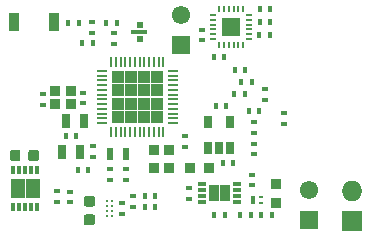
<source format=gts>
G04 #@! TF.GenerationSoftware,KiCad,Pcbnew,(5.0.0)*
G04 #@! TF.CreationDate,2019-04-04T15:00:13-04:00*
G04 #@! TF.ProjectId,motion_ppg,6D6F74696F6E5F7070672E6B69636164,rev?*
G04 #@! TF.SameCoordinates,Original*
G04 #@! TF.FileFunction,Soldermask,Top*
G04 #@! TF.FilePolarity,Negative*
%FSLAX46Y46*%
G04 Gerber Fmt 4.6, Leading zero omitted, Abs format (unit mm)*
G04 Created by KiCad (PCBNEW (5.0.0)) date 04/04/19 15:00:13*
%MOMM*%
%LPD*%
G01*
G04 APERTURE LIST*
%ADD10R,0.680000X1.090000*%
%ADD11R,0.629440X0.428780*%
%ADD12R,0.428780X0.629440*%
%ADD13C,0.330000*%
%ADD14C,0.150000*%
%ADD15C,0.905000*%
%ADD16R,0.230000X0.530000*%
%ADD17R,0.230000X0.580000*%
%ADD18R,0.530000X0.230000*%
%ADD19R,0.580000X0.230000*%
%ADD20R,1.570000X1.570000*%
%ADD21R,1.730000X1.730000*%
%ADD22O,1.730000X1.730000*%
%ADD23R,0.830000X0.830000*%
%ADD24R,0.330000X0.680000*%
%ADD25R,1.270000X0.805000*%
%ADD26R,0.730000X0.330000*%
%ADD27R,0.630000X0.630000*%
%ADD28R,1.554000X1.554000*%
%ADD29C,1.554000*%
%ADD30R,0.665000X1.173000*%
%ADD31R,0.930000X0.830000*%
%ADD32R,0.830000X1.630000*%
%ADD33R,0.230000X0.830000*%
%ADD34R,0.830000X0.230000*%
%ADD35R,1.142500X1.142500*%
%ADD36R,0.630000X1.130000*%
%ADD37R,0.780000X0.330000*%
%ADD38R,0.905000X0.755000*%
%ADD39R,0.430000X0.730000*%
%ADD40R,0.430000X0.280000*%
G04 APERTURE END LIST*
D10*
G04 #@! TO.C,U5*
X283770000Y-136140000D03*
X285670000Y-136140000D03*
X285670000Y-138340000D03*
X284720000Y-138340000D03*
X283770000Y-138340000D03*
G04 #@! TD*
D11*
G04 #@! TO.C,C10*
X290220000Y-135380420D03*
X290220000Y-136279580D03*
G04 #@! TD*
G04 #@! TO.C,C9*
X288580000Y-134239580D03*
X288580000Y-133340420D03*
G04 #@! TD*
D12*
G04 #@! TO.C,C7*
X286590000Y-132700000D03*
X287489160Y-132700000D03*
G04 #@! TD*
G04 #@! TO.C,R8*
X285919160Y-139570000D03*
X285020000Y-139570000D03*
G04 #@! TD*
G04 #@! TO.C,R6*
X287240000Y-135150000D03*
X288139160Y-135150000D03*
G04 #@! TD*
D11*
G04 #@! TO.C,R4*
X287710000Y-138869580D03*
X287710000Y-137970420D03*
G04 #@! TD*
G04 #@! TO.C,R3*
X287700000Y-136140420D03*
X287700000Y-137039580D03*
G04 #@! TD*
D12*
G04 #@! TO.C,R2*
X286920000Y-133720000D03*
X286020840Y-133720000D03*
G04 #@! TD*
G04 #@! TO.C,C6*
X284450420Y-134780000D03*
X285349580Y-134780000D03*
G04 #@! TD*
G04 #@! TO.C,R1*
X286050840Y-131720000D03*
X286950000Y-131720000D03*
G04 #@! TD*
D13*
G04 #@! TO.C,U2*
X275620000Y-142840000D03*
X275220000Y-142840000D03*
X275220000Y-143240000D03*
X275620000Y-143240000D03*
X275620000Y-143640000D03*
X275220000Y-143640000D03*
X275220000Y-144040000D03*
X275620000Y-144040000D03*
G04 #@! TD*
D11*
G04 #@! TO.C,C5*
X277430000Y-142390000D03*
X277430000Y-143289160D03*
G04 #@! TD*
G04 #@! TO.C,C3*
X276550000Y-143000840D03*
X276550000Y-143900000D03*
G04 #@! TD*
D14*
G04 #@! TO.C,L1*
G36*
X267703426Y-138461089D02*
X267725389Y-138464347D01*
X267746927Y-138469742D01*
X267767832Y-138477222D01*
X267787904Y-138486715D01*
X267806948Y-138498130D01*
X267824781Y-138511356D01*
X267841233Y-138526267D01*
X267856144Y-138542719D01*
X267869370Y-138560552D01*
X267880785Y-138579596D01*
X267890278Y-138599668D01*
X267897758Y-138620573D01*
X267903153Y-138642111D01*
X267906411Y-138664074D01*
X267907500Y-138686250D01*
X267907500Y-139213750D01*
X267906411Y-139235926D01*
X267903153Y-139257889D01*
X267897758Y-139279427D01*
X267890278Y-139300332D01*
X267880785Y-139320404D01*
X267869370Y-139339448D01*
X267856144Y-139357281D01*
X267841233Y-139373733D01*
X267824781Y-139388644D01*
X267806948Y-139401870D01*
X267787904Y-139413285D01*
X267767832Y-139422778D01*
X267746927Y-139430258D01*
X267725389Y-139435653D01*
X267703426Y-139438911D01*
X267681250Y-139440000D01*
X267228750Y-139440000D01*
X267206574Y-139438911D01*
X267184611Y-139435653D01*
X267163073Y-139430258D01*
X267142168Y-139422778D01*
X267122096Y-139413285D01*
X267103052Y-139401870D01*
X267085219Y-139388644D01*
X267068767Y-139373733D01*
X267053856Y-139357281D01*
X267040630Y-139339448D01*
X267029215Y-139320404D01*
X267019722Y-139300332D01*
X267012242Y-139279427D01*
X267006847Y-139257889D01*
X267003589Y-139235926D01*
X267002500Y-139213750D01*
X267002500Y-138686250D01*
X267003589Y-138664074D01*
X267006847Y-138642111D01*
X267012242Y-138620573D01*
X267019722Y-138599668D01*
X267029215Y-138579596D01*
X267040630Y-138560552D01*
X267053856Y-138542719D01*
X267068767Y-138526267D01*
X267085219Y-138511356D01*
X267103052Y-138498130D01*
X267122096Y-138486715D01*
X267142168Y-138477222D01*
X267163073Y-138469742D01*
X267184611Y-138464347D01*
X267206574Y-138461089D01*
X267228750Y-138460000D01*
X267681250Y-138460000D01*
X267703426Y-138461089D01*
X267703426Y-138461089D01*
G37*
D15*
X267455000Y-138950000D03*
D14*
G36*
X269278426Y-138461089D02*
X269300389Y-138464347D01*
X269321927Y-138469742D01*
X269342832Y-138477222D01*
X269362904Y-138486715D01*
X269381948Y-138498130D01*
X269399781Y-138511356D01*
X269416233Y-138526267D01*
X269431144Y-138542719D01*
X269444370Y-138560552D01*
X269455785Y-138579596D01*
X269465278Y-138599668D01*
X269472758Y-138620573D01*
X269478153Y-138642111D01*
X269481411Y-138664074D01*
X269482500Y-138686250D01*
X269482500Y-139213750D01*
X269481411Y-139235926D01*
X269478153Y-139257889D01*
X269472758Y-139279427D01*
X269465278Y-139300332D01*
X269455785Y-139320404D01*
X269444370Y-139339448D01*
X269431144Y-139357281D01*
X269416233Y-139373733D01*
X269399781Y-139388644D01*
X269381948Y-139401870D01*
X269362904Y-139413285D01*
X269342832Y-139422778D01*
X269321927Y-139430258D01*
X269300389Y-139435653D01*
X269278426Y-139438911D01*
X269256250Y-139440000D01*
X268803750Y-139440000D01*
X268781574Y-139438911D01*
X268759611Y-139435653D01*
X268738073Y-139430258D01*
X268717168Y-139422778D01*
X268697096Y-139413285D01*
X268678052Y-139401870D01*
X268660219Y-139388644D01*
X268643767Y-139373733D01*
X268628856Y-139357281D01*
X268615630Y-139339448D01*
X268604215Y-139320404D01*
X268594722Y-139300332D01*
X268587242Y-139279427D01*
X268581847Y-139257889D01*
X268578589Y-139235926D01*
X268577500Y-139213750D01*
X268577500Y-138686250D01*
X268578589Y-138664074D01*
X268581847Y-138642111D01*
X268587242Y-138620573D01*
X268594722Y-138599668D01*
X268604215Y-138579596D01*
X268615630Y-138560552D01*
X268628856Y-138542719D01*
X268643767Y-138526267D01*
X268660219Y-138511356D01*
X268678052Y-138498130D01*
X268697096Y-138486715D01*
X268717168Y-138477222D01*
X268738073Y-138469742D01*
X268759611Y-138464347D01*
X268781574Y-138461089D01*
X268803750Y-138460000D01*
X269256250Y-138460000D01*
X269278426Y-138461089D01*
X269278426Y-138461089D01*
G37*
D15*
X269030000Y-138950000D03*
G04 #@! TD*
D12*
G04 #@! TO.C,C4*
X289040000Y-128760000D03*
X288140840Y-128760000D03*
G04 #@! TD*
G04 #@! TO.C,C35*
X289059160Y-127650000D03*
X288160000Y-127650000D03*
G04 #@! TD*
D16*
G04 #@! TO.C,U4*
X284750000Y-129580000D03*
D17*
X285150000Y-129580000D03*
X285550000Y-129580000D03*
X285950000Y-129580000D03*
X286350000Y-129580000D03*
D16*
X286750000Y-129580000D03*
D18*
X287250000Y-129080000D03*
D19*
X287250000Y-128680000D03*
X287250000Y-128280000D03*
X287250000Y-127880000D03*
X287250000Y-127480000D03*
D18*
X287250000Y-127080000D03*
D16*
X286750000Y-126580000D03*
D17*
X286350000Y-126580000D03*
X285950000Y-126580000D03*
X285550000Y-126580000D03*
X285150000Y-126580000D03*
D16*
X284750000Y-126580000D03*
D18*
X284250000Y-127080000D03*
D19*
X284250000Y-127480000D03*
X284250000Y-127880000D03*
X284250000Y-128280000D03*
X284250000Y-128680000D03*
D18*
X284250000Y-129080000D03*
D20*
X285750000Y-128080000D03*
G04 #@! TD*
D21*
G04 #@! TO.C,P3*
X295990000Y-144510000D03*
D22*
X295990000Y-141970000D03*
G04 #@! TD*
D12*
G04 #@! TO.C,R5*
X278420420Y-143320000D03*
X279319580Y-143320000D03*
G04 #@! TD*
D23*
G04 #@! TO.C,D4*
X289520000Y-142980000D03*
X289520000Y-141380000D03*
G04 #@! TD*
D12*
G04 #@! TO.C,C18*
X288310420Y-144010000D03*
X289209580Y-144010000D03*
G04 #@! TD*
G04 #@! TO.C,R10*
X286530420Y-144010000D03*
X287429580Y-144010000D03*
G04 #@! TD*
G04 #@! TO.C,C16*
X285199580Y-144020000D03*
X284300420Y-144020000D03*
G04 #@! TD*
D11*
G04 #@! TO.C,R9*
X282140000Y-142639580D03*
X282140000Y-141740420D03*
G04 #@! TD*
G04 #@! TO.C,C17*
X287490000Y-141469580D03*
X287490000Y-140570420D03*
G04 #@! TD*
D23*
G04 #@! TO.C,D3*
X282240000Y-140050000D03*
X283840000Y-140050000D03*
G04 #@! TD*
D11*
G04 #@! TO.C,C22*
X281800000Y-137320420D03*
X281800000Y-138219580D03*
G04 #@! TD*
D12*
G04 #@! TO.C,R7*
X278420840Y-142360000D03*
X279320000Y-142360000D03*
G04 #@! TD*
D24*
G04 #@! TO.C,U1*
X269320000Y-140200000D03*
X268820000Y-140200000D03*
X268320000Y-140200000D03*
X267820000Y-140200000D03*
X267320000Y-140200000D03*
X267320000Y-143300000D03*
X267820000Y-143300000D03*
X268320000Y-143300000D03*
X268820000Y-143300000D03*
X269320000Y-143300000D03*
D25*
X267700000Y-142137500D03*
X268940000Y-142137500D03*
X267700000Y-141362500D03*
X268940000Y-141362500D03*
G04 #@! TD*
D11*
G04 #@! TO.C,C21*
X274070000Y-139049580D03*
X274070000Y-138150420D03*
G04 #@! TD*
D12*
G04 #@! TO.C,R12*
X285179580Y-130610000D03*
X284280420Y-130610000D03*
G04 #@! TD*
D11*
G04 #@! TO.C,R11*
X283310000Y-128290000D03*
X283310000Y-129189160D03*
G04 #@! TD*
D12*
G04 #@! TO.C,C36*
X289060000Y-126530000D03*
X288160840Y-126530000D03*
G04 #@! TD*
D26*
G04 #@! TO.C,F1*
X278326500Y-128500000D03*
D27*
X278000000Y-129112500D03*
X278000000Y-127887500D03*
D26*
X277637500Y-128500000D03*
G04 #@! TD*
D11*
G04 #@! TO.C,C34*
X275840000Y-129489580D03*
X275840000Y-128590420D03*
G04 #@! TD*
D12*
G04 #@! TO.C,C33*
X273150420Y-129450000D03*
X274049580Y-129450000D03*
G04 #@! TD*
D28*
G04 #@! TO.C,P2*
X281500000Y-129560000D03*
D29*
X281500000Y-127020000D03*
G04 #@! TD*
D23*
G04 #@! TO.C,D2*
X280490000Y-140050000D03*
X280490000Y-138450000D03*
G04 #@! TD*
D11*
G04 #@! TO.C,C2*
X271040000Y-142899580D03*
X271040000Y-142000420D03*
G04 #@! TD*
G04 #@! TO.C,C1*
X272140000Y-142909580D03*
X272140000Y-142010420D03*
G04 #@! TD*
D23*
G04 #@! TO.C,D1*
X279240000Y-140050000D03*
X279240000Y-138450000D03*
G04 #@! TD*
D28*
G04 #@! TO.C,P1*
X292380000Y-144450000D03*
D29*
X292380000Y-141910000D03*
G04 #@! TD*
D30*
G04 #@! TO.C,L4*
X272932000Y-138620000D03*
X271408000Y-138620000D03*
G04 #@! TD*
D31*
G04 #@! TO.C,X1*
X270800000Y-133500000D03*
X272200000Y-133500000D03*
X270800000Y-134600000D03*
X272200000Y-134600000D03*
G04 #@! TD*
D11*
G04 #@! TO.C,C28*
X275450000Y-140100420D03*
X275450000Y-140999580D03*
G04 #@! TD*
D12*
G04 #@! TO.C,C26*
X273649580Y-140200000D03*
X272750420Y-140200000D03*
G04 #@! TD*
D11*
G04 #@! TO.C,C24*
X269800000Y-133750420D03*
X269800000Y-134649580D03*
G04 #@! TD*
G04 #@! TO.C,C25*
X273200000Y-134549580D03*
X273200000Y-133650420D03*
G04 #@! TD*
G04 #@! TO.C,C29*
X276850000Y-140100420D03*
X276850000Y-140999580D03*
G04 #@! TD*
D32*
G04 #@! TO.C,A1*
X270745000Y-127673000D03*
X267345000Y-127673000D03*
G04 #@! TD*
D12*
G04 #@! TO.C,L6*
X272849580Y-127700000D03*
X271950420Y-127700000D03*
G04 #@! TD*
D11*
G04 #@! TO.C,L5*
X274000000Y-127650420D03*
X274000000Y-128549580D03*
G04 #@! TD*
D12*
G04 #@! TO.C,C30*
X276049580Y-127700000D03*
X275150420Y-127700000D03*
G04 #@! TD*
G04 #@! TO.C,L3*
X271730420Y-137270000D03*
X272629580Y-137270000D03*
G04 #@! TD*
D30*
G04 #@! TO.C,C23*
X273262000Y-136000000D03*
X271738000Y-136000000D03*
G04 #@! TD*
D33*
G04 #@! TO.C,U3*
X275600000Y-137000000D03*
X276000000Y-137000000D03*
X276400000Y-137000000D03*
X276800000Y-137000000D03*
X277200000Y-137000000D03*
X277600000Y-137000000D03*
X278000000Y-137000000D03*
X278400000Y-137000000D03*
X278800000Y-137000000D03*
X279200000Y-137000000D03*
X279600000Y-137000000D03*
X280000000Y-137000000D03*
D34*
X280800000Y-136200000D03*
X280800000Y-135800000D03*
X280800000Y-135400000D03*
X280800000Y-135000000D03*
X280800000Y-134600000D03*
X280800000Y-134200000D03*
X280800000Y-133800000D03*
X280800000Y-133400000D03*
X280800000Y-133000000D03*
X280800000Y-132600000D03*
X280800000Y-132200000D03*
X280800000Y-131800000D03*
D33*
X280000000Y-131000000D03*
X279600000Y-131000000D03*
X279200000Y-131000000D03*
X278800000Y-131000000D03*
X278400000Y-131000000D03*
X278000000Y-131000000D03*
X277600000Y-131000000D03*
X277200000Y-131000000D03*
X276800000Y-131000000D03*
X276400000Y-131000000D03*
X276000000Y-131000000D03*
X275600000Y-131000000D03*
D34*
X274800000Y-131800000D03*
X274800000Y-132200000D03*
X274800000Y-132600000D03*
X274800000Y-133000000D03*
X274800000Y-133400000D03*
X274800000Y-133800000D03*
X274800000Y-134200000D03*
X274800000Y-134600000D03*
X274800000Y-135000000D03*
X274800000Y-135400000D03*
X274800000Y-135800000D03*
X274800000Y-136200000D03*
D35*
X279468750Y-132331250D03*
X278356250Y-132331250D03*
X277243750Y-132331250D03*
X276131250Y-132331250D03*
X279468750Y-133443750D03*
X278356250Y-133443750D03*
X277243750Y-133443750D03*
X276131250Y-133443750D03*
X279468750Y-134556250D03*
X278356250Y-134556250D03*
X277243750Y-134556250D03*
X276131250Y-134556250D03*
X279468750Y-135668750D03*
X278356250Y-135668750D03*
X277243750Y-135668750D03*
X276131250Y-135668750D03*
G04 #@! TD*
D36*
G04 #@! TO.C,X2*
X276850000Y-138850000D03*
X275450000Y-138850000D03*
G04 #@! TD*
D37*
G04 #@! TO.C,U6*
X286210000Y-142890000D03*
X286210000Y-142390000D03*
X286210000Y-141890000D03*
X286210000Y-141390000D03*
X283310000Y-141390000D03*
X283310000Y-141890000D03*
X283310000Y-142390000D03*
X283310000Y-142890000D03*
D38*
X284322500Y-141777500D03*
X284322500Y-142502500D03*
X285197500Y-141777500D03*
X285197500Y-142502500D03*
G04 #@! TD*
D39*
G04 #@! TO.C,Q1*
X287610000Y-142730000D03*
D40*
X288310000Y-142955000D03*
X288310000Y-142505000D03*
G04 #@! TD*
D14*
G04 #@! TO.C,L2*
G36*
X274035926Y-143946089D02*
X274057889Y-143949347D01*
X274079427Y-143954742D01*
X274100332Y-143962222D01*
X274120404Y-143971715D01*
X274139448Y-143983130D01*
X274157281Y-143996356D01*
X274173733Y-144011267D01*
X274188644Y-144027719D01*
X274201870Y-144045552D01*
X274213285Y-144064596D01*
X274222778Y-144084668D01*
X274230258Y-144105573D01*
X274235653Y-144127111D01*
X274238911Y-144149074D01*
X274240000Y-144171250D01*
X274240000Y-144623750D01*
X274238911Y-144645926D01*
X274235653Y-144667889D01*
X274230258Y-144689427D01*
X274222778Y-144710332D01*
X274213285Y-144730404D01*
X274201870Y-144749448D01*
X274188644Y-144767281D01*
X274173733Y-144783733D01*
X274157281Y-144798644D01*
X274139448Y-144811870D01*
X274120404Y-144823285D01*
X274100332Y-144832778D01*
X274079427Y-144840258D01*
X274057889Y-144845653D01*
X274035926Y-144848911D01*
X274013750Y-144850000D01*
X273486250Y-144850000D01*
X273464074Y-144848911D01*
X273442111Y-144845653D01*
X273420573Y-144840258D01*
X273399668Y-144832778D01*
X273379596Y-144823285D01*
X273360552Y-144811870D01*
X273342719Y-144798644D01*
X273326267Y-144783733D01*
X273311356Y-144767281D01*
X273298130Y-144749448D01*
X273286715Y-144730404D01*
X273277222Y-144710332D01*
X273269742Y-144689427D01*
X273264347Y-144667889D01*
X273261089Y-144645926D01*
X273260000Y-144623750D01*
X273260000Y-144171250D01*
X273261089Y-144149074D01*
X273264347Y-144127111D01*
X273269742Y-144105573D01*
X273277222Y-144084668D01*
X273286715Y-144064596D01*
X273298130Y-144045552D01*
X273311356Y-144027719D01*
X273326267Y-144011267D01*
X273342719Y-143996356D01*
X273360552Y-143983130D01*
X273379596Y-143971715D01*
X273399668Y-143962222D01*
X273420573Y-143954742D01*
X273442111Y-143949347D01*
X273464074Y-143946089D01*
X273486250Y-143945000D01*
X274013750Y-143945000D01*
X274035926Y-143946089D01*
X274035926Y-143946089D01*
G37*
D15*
X273750000Y-144397500D03*
D14*
G36*
X274035926Y-142371089D02*
X274057889Y-142374347D01*
X274079427Y-142379742D01*
X274100332Y-142387222D01*
X274120404Y-142396715D01*
X274139448Y-142408130D01*
X274157281Y-142421356D01*
X274173733Y-142436267D01*
X274188644Y-142452719D01*
X274201870Y-142470552D01*
X274213285Y-142489596D01*
X274222778Y-142509668D01*
X274230258Y-142530573D01*
X274235653Y-142552111D01*
X274238911Y-142574074D01*
X274240000Y-142596250D01*
X274240000Y-143048750D01*
X274238911Y-143070926D01*
X274235653Y-143092889D01*
X274230258Y-143114427D01*
X274222778Y-143135332D01*
X274213285Y-143155404D01*
X274201870Y-143174448D01*
X274188644Y-143192281D01*
X274173733Y-143208733D01*
X274157281Y-143223644D01*
X274139448Y-143236870D01*
X274120404Y-143248285D01*
X274100332Y-143257778D01*
X274079427Y-143265258D01*
X274057889Y-143270653D01*
X274035926Y-143273911D01*
X274013750Y-143275000D01*
X273486250Y-143275000D01*
X273464074Y-143273911D01*
X273442111Y-143270653D01*
X273420573Y-143265258D01*
X273399668Y-143257778D01*
X273379596Y-143248285D01*
X273360552Y-143236870D01*
X273342719Y-143223644D01*
X273326267Y-143208733D01*
X273311356Y-143192281D01*
X273298130Y-143174448D01*
X273286715Y-143155404D01*
X273277222Y-143135332D01*
X273269742Y-143114427D01*
X273264347Y-143092889D01*
X273261089Y-143070926D01*
X273260000Y-143048750D01*
X273260000Y-142596250D01*
X273261089Y-142574074D01*
X273264347Y-142552111D01*
X273269742Y-142530573D01*
X273277222Y-142509668D01*
X273286715Y-142489596D01*
X273298130Y-142470552D01*
X273311356Y-142452719D01*
X273326267Y-142436267D01*
X273342719Y-142421356D01*
X273360552Y-142408130D01*
X273379596Y-142396715D01*
X273399668Y-142387222D01*
X273420573Y-142379742D01*
X273442111Y-142374347D01*
X273464074Y-142371089D01*
X273486250Y-142370000D01*
X274013750Y-142370000D01*
X274035926Y-142371089D01*
X274035926Y-142371089D01*
G37*
D15*
X273750000Y-142822500D03*
G04 #@! TD*
M02*

</source>
